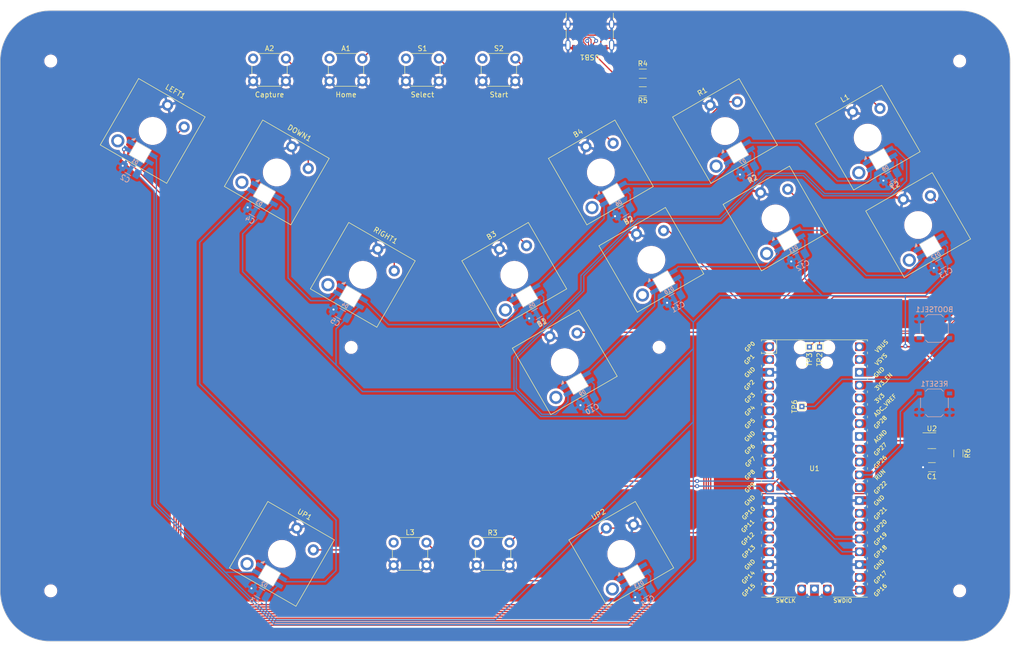
<source format=kicad_pcb>
(kicad_pcb (version 20221018) (generator pcbnew)
  (layers (0 "F.Cu" signal) (31 "B.Cu" signal) (34 "B.Paste" user) (35 "F.Paste" user) (36 "B.SilkS" user "B.Silkscreen") (37 "F.SilkS" user "F.Silkscreen") (38 "B.Mask" user) (39 "F.Mask" user) (44 "Edge.Cuts" user))
  (net 0 "")
  (net 1 "Net-(U1-GPIO2)")
  (net 6 "Net-(U1-RUN)")
  (net 14 "Net-(BOOTSEL1-Pad2)")
  (net 19 "Net-(U1-GPIO20)")
  (net 20 "Net-(U1-GPIO21)")
  (net 21 "GND")
  (net 22 "Net-(U1-GPIO6)")
  (net 23 "Net-(U1-GPIO7)")
  (net 24 "Net-(U1-GPIO10)")
  (net 25 "Net-(U1-GPIO11)")
  (net 26 "Net-(U1-GPIO3)")
  (net 27 "Net-(U1-GPIO13)")
  (net 28 "Net-(U1-GPIO9)")
  (net 29 "Net-(U1-GPIO18)")
  (net 30 "Net-(U1-GPIO4)")
  (net 31 "Net-(U1-GPIO12)")
  (net 32 "Net-(U1-GPIO8)")
  (net 33 "Net-(U1-GPIO19)")
  (net 34 "Net-(U1-GPIO5)")
  (net 35 "Net-(U1-GPIO16)")
  (net 36 "Net-(U1-GPIO17)")
  (net 37 "Net-(D10-DIN)")
  (net 38 "Net-(D10-DOUT)")
  (net 39 "5V")
  (net 40 "Net-(USB1-CC1)")
  (net 41 "/Pi D-")
  (net 42 "/Pi D+")
  (net 45 "Net-(USB1-CC2)")
  (net 46 "Net-(D1-DOUT)")
  (net 47 "Net-(D2-DOUT)")
  (net 48 "Net-(D3-DOUT)")
  (net 49 "Net-(D4-DOUT)")
  (net 50 "Net-(D5-DOUT)")
  (net 51 "Net-(D6-DOUT)")
  (net 52 "Net-(D7-DOUT)")
  (net 53 "Net-(D8-DOUT)")
  (net 54 "Net-(D11-DOUT)")
  (net 55 "RGBDATA")
  (net 57 "3.3V")
  (net 58 "RGBDATA_5V")
  (net 60 "Net-(U2-Y)")
  (footprint "ManaBoard:SW_Kailh_Choc_V2" (layer "F.Cu") (at 167.548094 102.696153 30)
    (fp_text reference "B1")
    (fp_text value "SW_Push")
  )
  (footprint "ManaBoard:MountingHole_2.1mm" (layer "F.Cu") (at 186.229639 99.721323)
    (fp_text reference "REF**" hide)
    (fp_text value "MountingHole_2.1mm")
  )
  (footprint "ManaBoard:MountingHole_2.1mm" (layer "F.Cu") (at 65.75 43)
    (fp_text reference "REF**" hide)
    (fp_text value "MountingHole_2.1mm")
  )
  (footprint "Capacitor_SMD:C_1206_3216Metric_Pad1.33x1.80mm_HandSolder" (layer "F.Cu") (at 240.25 123.5 180)
    (fp_text reference "C1")
    (fp_text value "100nF")
  )
  (footprint "ManaBoard:SW_Kailh_Choc_V2" (layer "F.Cu") (at 157.548095 85.375646 30)
    (fp_text reference "B3")
    (fp_text value "SW_Push")
  )
  (footprint "Resistor_SMD:R_1206_3216Metric_Pad1.30x1.75mm_HandSolder" (layer "F.Cu") (at 183 45.5 180)
    (fp_text reference "R4")
    (fp_text value "5.1k")
  )
  (footprint "TestPoint:TestPoint_THTPad_1.0x1.0mm_Drill0.5mm" (layer "F.Cu") (at 214.5 111.47 90)
    (fp_text reference "TP6")
    (fp_text value "TestPoint")
  )
  (footprint "Button_Switch_THT:SW_PUSH_6mm_H4.3mm" (layer "F.Cu") (at 136.11 42.5)
    (fp_text reference "S1")
    (fp_text value "SW_Push")
  )
  (footprint "Resistor_SMD:R_1206_3216Metric_Pad1.30x1.75mm_HandSolder" (layer "F.Cu") (at 245.5 120.75 -90)
    (fp_text reference "R6")
    (fp_text value "10k")
  )
  (footprint "Button_Switch_THT:SW_PUSH_6mm_H4.3mm" (layer "F.Cu") (at 151.25 42.5)
    (fp_text reference "S2")
    (fp_text value "SW_Push")
  )
  (footprint "ManaBoard:SW_Kailh_Choc_V2" (layer "F.Cu") (at 174.698729 65.081416 30)
    (fp_text reference "B4")
    (fp_text value "SW_Push")
  )
  (footprint "MCU_RaspberryPi_and_Boards:RPi_Pico_SMD_TH" (layer "F.Cu") (at 217 123.75)
    (fp_text reference "U1")
    (fp_text value "Pico")
  )
  (footprint "ManaBoard:SW_Kailh_Choc_V2" (layer "F.Cu") (at 237.535 75.5 30)
    (fp_text reference "L2")
    (fp_text value "SW_Push")
  )
  (footprint "ManaBoard:MountingHole_2.1mm" (layer "F.Cu") (at 245.75 43)
    (fp_text reference "REF**" hide)
    (fp_text value "MountingHole_2.1mm")
  )
  (footprint "ManaBoard:MountingHole_2.1mm" (layer "F.Cu") (at 125.25 99.75)
    (fp_text reference "REF**" hide)
    (fp_text value "MountingHole_2.1mm")
  )
  (footprint "ManaBoard:SW_Kailh_Choc_V2" (layer "F.Cu") (at 209.285 74.194597 30)
    (fp_text reference "R2")
    (fp_text value "SW_Push")
  )
  (footprint "ManaBoard:SW_Kailh_Choc_V2" (layer "F.Cu") (at 178.736095 140.676646 30)
    (fp_text reference "UP2")
    (fp_text value "SW_Push")
  )
  (footprint "Resistor_SMD:R_1206_3216Metric_Pad1.30x1.75mm_HandSolder" (layer "F.Cu") (at 183 49 180)
    (fp_text reference "R5")
    (fp_text value "5.1k")
  )
  (footprint "ManaBoard:MountingHole_2.1mm" (layer "F.Cu") (at 245.75 148)
    (fp_text reference "REF**" hide)
    (fp_text value "MountingHole_2.1mm")
  )
  (footprint "ManaBoard:SW_Kailh_Choc_V2" (layer "F.Cu") (at 85.933674 56.850931 -30)
    (fp_text reference "LEFT1")
    (fp_text value "SW_Push")
  )
  (footprint "Button_Switch_THT:SW_PUSH_6mm_H4.3mm" (layer "F.Cu") (at 120.97 42.5)
    (fp_text reference "A1")
    (fp_text value "SW_Push")
  )
  (footprint "ManaBoard:SW_Kailh_Choc_V2" (layer "F.Cu") (at 199.285 56.87409 30)
    (fp_text reference "R1")
    (fp_text value "SW_Push")
  )
  (footprint "Connector_USB:USB_C_Receptacle_GCT_USB4105-xx-A_16P_TopMnt_Horizontal" (layer "F.Cu") (at 172.5 36.75 180)
    (fp_text reference "USB1")
    (fp_text value "USB_C_Receptacle_USB2.0")
  )
  (footprint "ManaBoard:SW_Kailh_Choc_V2" (layer "F.Cu") (at 111.527177 140.676646 -30)
    (fp_text reference "UP1")
    (fp_text value "SW_Push")
  )
  (footprint "Button_Switch_THT:SW_PUSH_6mm_H4.3mm" (layer "F.Cu") (at 153.354703 140.69221)
    (fp_text reference "R3")
    (fp_text value "SW_Push")
  )
  (footprint "Button_Switch_THT:SW_PUSH_6mm_H4.3mm" (layer "F.Cu") (at 136.908567 140.69221)
    (fp_text reference "L3")
    (fp_text value "SW_Push")
  )
  (footprint "Button_Switch_THT:SW_PUSH_6mm_H4.3mm" (layer "F.Cu") (at 105.83 42.5)
    (fp_text reference "A2")
    (fp_text value "SW_Push")
  )
  (footprint "ManaBoard:SW_Kailh_Choc_V2" (layer "F.Cu") (at 127.548095 85.375646 -30)
    (fp_text reference "RIGHT1")
    (fp_text value "SW_Push")
  )
  (footprint "TestPoint:TestPoint_THTPad_1.0x1.0mm_Drill0.5mm" (layer "F.Cu") (at 216 99.669999 -90)
    (fp_text reference "TP3")
    (fp_text value "PI DP")
  )
  (footprint "Package_TO_SOT_SMD:SOT-23-5" (layer "F.Cu") (at 240.25 118.25)
    (fp_text reference "U2")
    (fp_text value "74AHCT1G125")
  )
  (footprint "ManaBoard:SW_Kailh_Choc_V2" (layer "F.Cu") (at 184.698729 82.401924 30)
    (fp_text reference "B2")
    (fp_text value "SW_Push")
  )
  (footprint "TestPoint:TestPoint_THTPad_1.0x1.0mm_Drill0.5mm" (layer "F.Cu") (at 218.000001 99.669998 -90)
    (fp_text reference "TP2")
    (fp_text value "PI DM")
  )
  (footprint "ManaBoard:MountingHole_2.1mm" (layer "F.Cu") (at 65.75 148)
    (fp_text reference "REF**" hide)
    (fp_text value "MountingHole_2.1mm")
  )
  (footprint "ManaBoard:SW_Kailh_Choc_V2" (layer "F.Cu") (at 110.514223 65.075468 -30)
    (fp_text reference "DOWN1")
    (fp_text value "SW_Push")
  )
  (footprint "ManaBoard:SW_Kailh_Choc_V2" (layer "F.Cu") (at 227.535 58.179493 30)
    (fp_text reference "L1")
    (fp_text value "SW_Push")
  )
  (footprint "ManaBoard:SK6812-MINI-E" (layer "B.Cu") (at 181.201095 144.946151 -150)
    (fp_text reference "D13")
    (fp_text value "SK6812MINI-E" hide)
    (fp_line (start -1.7 -1.5) (end -1.7 1.5) (stroke (width 0.12)) (layer "Edge.Cuts"))
    (fp_line (start -1.7 1.5) (end 1.7 1.5) (stroke (width 0.12)) (layer "Edge.Cuts"))
    (fp_line (start 1.7 -1.5) (end -1.7 -1.5) (stroke (width 0.12)) (layer "Edge.Cuts"))
    (fp_line (start 1.7 1.5) (end 1.7 -1.5) (stroke (width 0.12)) (layer "Edge.Cuts"))
  )
  (footprint "ManaBoard:SK6812-MINI-E" (layer "B.Cu") (at 201.75 61.143594 -150)
    (fp_text reference "D7")
    (fp_text value "SK6812MINI" hide)
    (fp_line (start -1.7 -1.5) (end -1.7 1.5) (stroke (width 0.12)) (layer "Edge.Cuts"))
    (fp_line (start -1.7 1.5) (end 1.7 1.5) (stroke (width 0.12)) (layer "Edge.Cuts"))
    (fp_line (start 1.7 -1.5) (end -1.7 -1.5) (stroke (width 0.12)) (layer "Edge.Cuts"))
    (fp_line (start 1.7 1.5) (end 1.7 -1.5) (stroke (width 0.12)) (layer "Edge.Cuts"))
  )
  (footprint "Capacitor_SMD:C_1206_3216Metric_Pad1.33x1.80mm_HandSolder" (layer "B.Cu") (at 106.049224 72.809075 150)
    (fp_text reference "C4")
    (fp_text value "100nF")
  )
  (footprint "ManaBoard:SK6812-MINI-E" (layer "B.Cu") (at 160.013094 89.64515 -150)
    (fp_text reference "D5")
    (fp_text value "SK6812MINI" hide)
    (fp_line (start -1.7 -1.5) (end -1.7 1.5) (stroke (width 0.12)) (layer "Edge.Cuts"))
    (fp_line (start -1.7 1.5) (end 1.7 1.5) (stroke (width 0.12)) (layer "Edge.Cuts"))
    (fp_line (start 1.7 -1.5) (end -1.7 -1.5) (stroke (width 0.12)) (layer "Edge.Cuts"))
    (fp_line (start 1.7 1.5) (end 1.7 -1.5) (stroke (width 0.12)) (layer "Edge.Cuts"))
  )
  (footprint "Capacitor_SMD:C_1206_3216Metric_Pad1.33x1.80mm_HandSolder" (layer "B.Cu") (at 162.013094 93.109252 -150)
    (fp_text reference "C6")
    (fp_text value "100nF")
  )
  (footprint "Capacitor_SMD:C_1206_3216Metric_Pad1.33x1.80mm_HandSolder" (layer "B.Cu") (at 242 83.233608 -150)
    (fp_text reference "C13")
    (fp_text value "100nF")
  )
  (footprint "Capacitor_SMD:C_1206_3216Metric_Pad1.33x1.80mm_HandSolder" (layer "B.Cu") (at 183.201095 148.410253 -150)
    (fp_text reference "C14")
    (fp_text value "100nF")
  )
  (footprint "ManaBoard:SK6812-MINI-E" (layer "B.Cu") (at 187.163729 86.671429 -150)
    (fp_text reference "D10")
    (fp_text value "SK6812MINI" hide)
    (fp_line (start -1.7 -1.5) (end -1.7 1.5) (stroke (width 0.12)) (layer "Edge.Cuts"))
    (fp_line (start -1.7 1.5) (end 1.7 1.5) (stroke (width 0.12)) (layer "Edge.Cuts"))
    (fp_line (start 1.7 -1.5) (end -1.7 -1.5) (stroke (width 0.12)) (layer "Edge.Cuts"))
    (fp_line (start 1.7 1.5) (end 1.7 -1.5) (stroke (width 0.12)) (layer "Edge.Cuts"))
  )
  (footprint "Capacitor_SMD:C_1206_3216Metric_Pad1.33x1.80mm_HandSolder" (layer "B.Cu") (at 172.013094 110.42976 -150)
    (fp_text reference "C10")
    (fp_text value "100nF")
  )
  (footprint "ManaBoard:SK6812-MINI-E" (layer "B.Cu") (at 170.013094 106.965658 -150)
    (fp_text reference "D9")
    (fp_text value "SK6812MINI" hide)
    (fp_line (start -1.7 -1.5) (end -1.7 1.5) (stroke (width 0.12)) (layer "Edge.Cuts"))
    (fp_line (start -1.7 1.5) (end 1.7 1.5) (stroke (width 0.12)) (layer "Edge.Cuts"))
    (fp_line (start 1.7 -1.5) (end -1.7 -1.5) (stroke (width 0.12)) (layer "Edge.Cuts"))
    (fp_line (start 1.7 1.5) (end 1.7 -1.5) (stroke (width 0.12)) (layer "Edge.Cuts"))
  )
  (footprint "Capacitor_SMD:C_1206_3216Metric_Pad1.33x1.80mm_HandSolder" (layer "B.Cu") (at 179.163729 72.815022 -150)
    (fp_text reference "C7")
    (fp_text value "100nF")
  )
  (footprint "ManaBoard:SK6812-MINI-E" (layer "B.Cu") (at 230.000001 62.448998 -150)
    (fp_text reference "D8")
    (fp_text value "SK6812MINI" hide)
    (fp_line (start -1.7 -1.5) (end -1.7 1.5) (stroke (width 0.12)) (layer "Edge.Cuts"))
    (fp_line (start -1.7 1.5) (end 1.7 1.5) (stroke (width 0.12)) (layer "Edge.Cuts"))
    (fp_line (start 1.7 -1.5) (end -1.7 -1.5) (stroke (width 0.12)) (layer "Edge.Cuts"))
    (fp_line (start 1.7 1.5) (end 1.7 -1.5) (stroke (width 0.12)) (layer "Edge.Cuts"))
  )
  (footprint "ManaBoard:SK6812-MINI-E" (layer "B.Cu") (at 177.163729 69.35092 -150)
    (fp_text reference "D6")
    (fp_text value "SK6812MINI" hide)
    (fp_line (start -1.7 -1.5) (end -1.7 1.5) (stroke (width 0.12)) (layer "Edge.Cuts"))
    (fp_line (start -1.7 1.5) (end 1.7 1.5) (stroke (width 0.12)) (layer "Edge.Cuts"))
    (fp_line (start 1.7 -1.5) (end -1.7 -1.5) (stroke (width 0.12)) (layer "Edge.Cuts"))
    (fp_line (start 1.7 1.5) (end 1.7 -1.5) (stroke (width 0.12)) (layer "Edge.Cuts"))
  )
  (footprint "Button_Switch_SMD:SW_Push_1P1T_XKB_TS-1187A" (layer "B.Cu") (at 240.75 96 180)
    (fp_text reference "BOOTSEL1")
    (fp_text value "SW_Push")
  )
  (footprint "Capacitor_SMD:C_1206_3216Metric_Pad1.33x1.80mm_HandSolder" (layer "B.Cu") (at 189.163729 90.135531 -150)
    (fp_text reference "C11")
    (fp_text value "100nF")
  )
  (footprint "ManaBoard:SK6812-MINI-E" (layer "B.Cu") (at 211.75 78.464102 -150)
    (fp_text reference "D11")
    (fp_text value "SK6812MINI" hide)
    (fp_line (start -1.7 -1.5) (end -1.7 1.5) (stroke (width 0.12)) (layer "Edge.Cuts"))
    (fp_line (start -1.7 1.5) (end 1.7 1.5) (stroke (width 0.12)) (layer "Edge.Cuts"))
    (fp_line (start 1.7 -1.5) (end -1.7 -1.5) (stroke (width 0.12)) (layer "Edge.Cuts"))
    (fp_line (start 1.7 1.5) (end 1.7 -1.5) (stroke (width 0.12)) (layer "Edge.Cuts"))
  )
  (footprint "ManaBoard:SK6812-MINI-E" (layer "B.Cu") (at 125.083095 89.645151 150)
    (fp_text reference "D4")
    (fp_text value "SK6812MINI" hide)
    (fp_line (start -1.7 -1.5) (end -1.7 1.5) (stroke (width 0.12)) (layer "Edge.Cuts"))
    (fp_line (start -1.7 1.5) (end 1.7 1.5) (stroke (width 0.12)) (layer "Edge.Cuts"))
    (fp_line (start 1.7 -1.5) (end -1.7 -1.5) (stroke (width 0.12)) (layer "Edge.Cuts"))
    (fp_line (start 1.7 1.5) (end 1.7 -1.5) (stroke (width 0.12)) (layer "Edge.Cuts"))
  )
  (footprint "Capacitor_SMD:C_1206_3216Metric_Pad1.33x1.80mm_HandSolder" (layer "B.Cu") (at 203.75 64.607696 -150)
    (fp_text reference "C8")
    (fp_text value "100nF")
  )
  (footprint "Capacitor_SMD:C_1206_3216Metric_Pad1.33x1.80mm_HandSolder" (layer "B.Cu") (at 232.000001 65.9131 -150)
    (fp_text reference "C9")
    (fp_text value "100nF")
  )
  (footprint "Capacitor_SMD:C_1206_3216Metric_Pad1.33x1.80mm_HandSolder" (layer "B.Cu") (at 123.083095 93.109253 150)
    (fp_text reference "C5")
    (fp_text value "100nF")
  )
  (footprint "ManaBoard:SK6812-MINI-E" (layer "B.Cu") (at 240 79.769506 -150)
    (fp_text reference "D12")
    (fp_text value "SK6812MINI" hide)
    (fp_line (start -1.7 -1.5) (end -1.7 1.5) (stroke (width 0.12)) (layer "Edge.Cuts"))
    (fp_line (start -1.7 1.5) (end 1.7 1.5) (stroke (width 0.12)) (layer "Edge.Cuts"))
    (fp_line (start 1.7 -1.5) (end -1.7 -1.5) (stroke (width 0.12)) (layer "Edge.Cuts"))
    (fp_line (start 1.7 1.5) (end 1.7 -1.5) (stroke (width 0.12)) (layer "Edge.Cuts"))
  )
  (footprint "Capacitor_SMD:C_1206_3216Metric_Pad1.33x1.80mm_HandSolder" (layer "B.Cu") (at 107.062177 148.410523 150)
    (fp_text reference "C3")
    (fp_text value "100nF")
  )
  (footprint "Capacitor_SMD:C_1206_3216Metric_Pad1.33x1.80mm_HandSolder" (layer "B.Cu") (at 213.75 81.928204 -150)
    (fp_text reference "C12")
    (fp_text value "100nF")
  )
  (footprint "ManaBoard:SK6812-MINI-E" (layer "B.Cu") (at 108.049224 69.344973 150)
    (fp_text reference "D3")
    (fp_text value "SK6812MINI" hide)
    (fp_line (start -1.7 -1.5) (end -1.7 1.5) (stroke (width 0.12)) (layer "Edge.Cuts"))
    (fp_line (start -1.7 1.5) (end 1.7 1.5) (stroke (width 0.12)) (layer "Edge.Cuts"))
    (fp_line (start 1.7 -1.5) (end -1.7 -1.5) (stroke (width 0.12)) (layer "Edge.Cuts"))
    (fp_line (start 1.7 1.5) (end 1.7 -1.5) (stroke (width 0.12)) (layer "Edge.Cuts"))
  )
  (footprint "Button_Switch_SMD:SW_Push_1P1T_XKB_TS-1187A" (layer "B.Cu") (at 240.75 110.75 180)
    (fp_text reference "RESET1")
    (fp_text value "SW_Push")
  )
  (footprint "ManaBoard:SK6812-MINI-E" (layer "B.Cu") (at 83.468675 61.120435 150)
    (fp_text reference "D1")
    (fp_text value "SK6812MINI-E" hide)
    (fp_line (start -1.7 -1.5) (end -1.7 1.5) (stroke (width 0.12)) (layer "Edge.Cuts"))
    (fp_line (start -1.7 1.5) (end 1.7 1.5) (stroke (width 0.12)) (layer "Edge.Cuts"))
    (fp_line (start 1.7 -1.5) (end -1.7 -1.5) (stroke (width 0.12)) (layer "Edge.Cuts"))
    (fp_line (start 1.7 1.5) (end 1.7 -1.5) (stroke (width 0.12)) (layer "Edge.Cuts"))
  )
  (footprint "Capacitor_SMD:C_1206_3216Metric_Pad1.33x1.80mm_HandSolder" (layer "B.Cu") (at 81.468675 64.584537 150)
    (fp_text reference "C2")
    (fp_text value "100nF")
  )
  (footprint "ManaBoard:SK6812-MINI-E" (layer "B.Cu") (at 109.062177 144.946421 150)
    (fp_text reference "D2")
    (fp_text value "SK6812MINI" hide)
    (fp_line (start -1.7 -1.5) (end -1.7 1.5) (stroke (width 0.12)) (layer "Edge.Cuts"))
    (fp_line (start -1.7 1.5) (end 1.7 1.5) (stroke (width 0.12)) (layer "Edge.Cuts"))
    (fp_line (start 1.7 -1.5) (end -1.7 -1.5) (stroke (width 0.12)) (layer "Edge.Cuts"))
    (fp_line (start 1.7 1.5) (end 1.7 -1.5) (stroke (width 0.12)) (layer "Edge.Cuts"))
  )
  (gr_line (start 255.75 148) (end 255.75 43) (stroke (width 0.1)) (layer "Edge.Cuts"))
  (gr_arc (start 55.75 43) (mid 58.678932 35.928932) (end 65.75 33) (stroke (width 0.1)) (layer "Edge.Cuts"))
  (gr_line (start 65.75 158) (end 245.75 158) (stroke (width 0.1)) (layer "Edge.Cuts"))
  (gr_line (start 55.75 43) (end 55.75 148) (stroke (width 0.1)) (layer "Edge.Cuts"))
  (gr_line (start 245.75 33) (end 65.75 33) (stroke (width 0.1)) (layer "Edge.Cuts"))
  (gr_arc (start 255.75 148) (mid 252.821068 155.071068) (end 245.75 158) (stroke (width 0.1)) (layer "Edge.Cuts"))
  (gr_arc (start 65.75 158) (mid 58.678932 155.071068) (end 55.75 148) (stroke (width 0.1)) (layer "Edge.Cuts"))
  (gr_arc (start 245.75 33) (mid 252.821068 35.928932) (end 255.75 43) (stroke (width 0.1)) (layer "Edge.Cuts"))
  (gr_text "Select" (at 139.36 50.25) (layer "F.SilkS") (effects (font (size 1 1)) (justify bottom)))
  (gr_text "Home" (at 122.061072 50.25) (layer "F.SilkS") (effects (font (size 1 1)) (justify left bottom)))
  (gr_text "Capture" (at 109.08 50.25) (layer "F.SilkS") (effects (font (size 1 1)) (justify bottom)))
  (gr_text "Start" (at 154.5 50.25) (layer "F.SilkS") (effects (font (size 1 1)) (justify bottom)))
  (segment (start 195.1 118.64) (end 206.5 107.24) (width 0.25) (layer "F.Cu") (net 1))
  (segment (start 195.1 133) (end 195.1 118.64) (width 0.25) (layer "F.Cu") (net 1))
  (segment (start 208.11 107.24) (end 206.5 107.24) (width 0.25) (layer "F.Cu") (net 1))
  (segment (start 180.25 136.5) (end 193.5 136.5) (width 0.25) (layer "F.Cu") (net 1))
  (segment (start 179.317096 135.567096) (end 180.25 136.5) (width 0.25) (layer "F.Cu") (net 1))
  (segment (start 131.478502 146) (end 125.364251 139.885749) (width 0.25) (layer "F.Cu") (net 1))
  (segment (start 175.786095 135.567096) (end 179.317096 135.567096) (width 0.25) (layer "F.Cu") (net 1))
  (segment (start 193.5 136.5) (end 195.1 134.9) (width 0.25) (layer "F.Cu") (net 1))
  (segment (start 165.353191 146) (end 161.5 146) (width 0.25) (layer "F.Cu") (net 1))
  (segment (start 175.786095 135.567096) (end 165.353191 146) (width 0.25) (layer "F.Cu") (net 1))
  (segment (start 161.5 146) (end 131.478502 146) (width 0.25) (layer "F.Cu") (net 1))
  (segment (start 125.364251 139.885749) (end 117.757304 139.885749) (width 0.25) (layer "F.Cu") (net 1))
  (segment (start 195.1 134.9) (end 195.1 133) (width 0.25) (layer "F.Cu") (net 1))
  (segment (start 234 112.5) (end 234 119.25) (width 0.25) (layer "B.Cu") (net 6))
  (segment (start 237.75 108.875) (end 237.625 108.875) (width 0.25) (layer "B.Cu") (net 6))
  (segment (start 234 119.25) (end 228.23 125.02) (width 0.25) (layer "B.Cu") (net 6))
  (segment (start 228.23 125.02) (end 225.89 125.02) (width 0.25) (layer "B.Cu") (net 6))
  (segment (start 237.625 108.875) (end 234 112.5) (width 0.25) (layer "B.Cu") (net 6))
  (segment (start 235.56 106.065) (end 243.75 97.875) (width 0.25) (layer "B.Cu") (net 14))
  (segment (start 214.5 111.47) (end 217.03 111.47) (width 0.25) (layer "B.Cu") (net 14))
  (segment (start 222.435 106.065) (end 235.56 106.065) (width 0.25) (layer "B.Cu") (net 14))
  (segment (start 217.03 111.47) (end 222.435 106.065) (width 0.25) (layer "B.Cu") (net 14))
  (segment (start 132.995 36.975) (end 127.47 42.5) (width 0.25) (layer "F.Cu") (net 19))
  (segment (start 225.89 135.18) (end 238.706396 135.18) (width 0.25) (layer "F.Cu") (net 19))
  (segment (start 176.929518 36.975) (end 132.995 36.975) (width 0.25) (layer "F.Cu") (net 19))
  (segment (start 252.65 42.627208) (end 247.622292 37.5995) (width 0.25) (layer "F.Cu") (net 19))
  (segment (start 238.706396 135.18) (end 252.65 121.236396) (width 0.25) (layer "F.Cu") (net 19))
  (segment (start 252.65 121.236396) (end 252.65 42.627208) (width 0.25) (layer "F.Cu") (net 19))
  (segment (start 177.554018 37.5995) (end 176.929518 36.975) (width 0.25) (layer "F.Cu") (net 19))
  (segment (start 247.622292 37.5995) (end 177.554018 37.5995) (width 0.25) (layer "F.Cu") (net 19))
  (segment (start 137.325 37.425) (end 131.5 43.25) (width 0.25) (layer "F.Cu") (net 20))
  (segment (start 240.61 132.64) (end 252.2 121.05) (width 0.25) (layer "F.Cu") (net 20))
  (segment (start 131.5 46.5) (end 128 50) (width 0.25) (layer "F.Cu") (net 20))
  (segment (start 128 50) (end 119.83 50) (width 0.25) (layer "F.Cu") (net 20))
  (segment (start 131.5 43.25) (end 131.5 46.5) (width 0.25) (layer "F.Cu") (net 20))
  (segment (start 247.435896 38.0495) (end 177.367622 38.0495) (width 0.25) (layer "F.Cu") (net 20))
  (segment (start 252.2 42.813604) (end 247.435896 38.0495) (width 0.25) (layer "F.Cu") (net 20))
  (segment (start 252.2 121.05) (end 252.2 42.813604) (width 0.25) (layer "F.Cu") (net 20))
  (segment (start 176.743122 37.425) (end 137.325 37.425) (width 0.25) (layer "F.Cu") (net 20))
  (segment (start 177.367622 38.0495) (end 176.743122 37.425) (width 0.25) (layer "F.Cu") (net 20))
  (segment (start 119.83 50) (end 112.33 42.5) (width 0.25) (layer "F.Cu") (net 20))
  (segment (start 225.89 132.64) (end 240.61 132.64) (width 0.25) (layer "F.Cu") (net 20))
  (segment (start 176.245 40.43) (end 176.82 39.855) (width 0.25) (layer "F.Cu") (net 21))
  (segment (start 168.755 40.43) (end 168.18 39.855) (width 0.25) (layer "F.Cu") (net 21))
  (segment (start 169.3 40.43) (end 168.755 40.43) (width 0.25) (layer "F.Cu") (net 21))
  (segment (start 175.7 40.43) (end 176.245 40.43) (width 0.25) (layer "F.Cu") (net 21))
  (via (at 238.5 123.5) (size 0.8) (drill 0.4) (layers "F.Cu" "B.Cu") (net 21))
  (via (at 202.25 65.5) (size 0.8) (drill 0.4) (layers "F.Cu" "B.Cu") (net 21))
  (via (at 170.659929 111.21101) (size 0.8) (drill 0.4) (layers "F.Cu" "B.Cu") (net 21))
  (via (at 177.5 73.75) (size 0.8) (drill 0.4) (layers "F.Cu" "B.Cu") (net 21))
  (via (at 240.646835 84.014858) (size 0.8) (drill 0.4) (layers "F.Cu" "B.Cu") (net 21))
  (via (at 230.646836 66.69435) (size 0.8) (drill 0.4) (layers "F.Cu" "B.Cu") (net 21))
  (via (at 80 63.75) (size 0.8) (drill 0.4) (layers "F.Cu" "B.Cu") (net 21))
  (via (at 212.396835 82.709454) (size 0.8) (drill 0.4) (layers "F.Cu" "B.Cu") (net 21))
  (via (at 121.75 92.25) (size 0.8) (drill 0.4) (layers "F.Cu" "B.Cu") (net 21))
  (via (at 187.810564 90.916781) (size 0.8) (drill 0.4) (layers "F.Cu" "B.Cu") (net 21))
  (via (at 181.5 149.25) (size 0.8) (drill 0.4) (layers "F.Cu" "B.Cu") (net 21))
  (via (at 105.5 147.5) (size 0.8) (drill 0.4) (layers "F.Cu" "B.Cu") (net 21))
  (via (at 104.75 72) (size 0.8) (drill 0.4) (layers "F.Cu" "B.Cu") (net 21))
  (via (at 160.5 94) (size 0.8) (drill 0.4) (layers "F.Cu" "B.Cu") (net 21))
  (segment (start 210 99.16) (end 207.59 96.75) (width 0.25) (layer "F.Cu") (net 22))
  (segment (start 207.59 96.75) (end 170.133477 96.75) (width 0.25) (layer "F.Cu") (net 22))
  (segment (start 170.133477 96.75) (end 169.978221 96.905256) (width 0.25) (layer "F.Cu") (net 22))
  (segment (start 210 118.05) (end 210 99.16) (width 0.25) (layer "F.Cu") (net 22))
  (segment (start 208.11 119.94) (end 210 118.05) (width 0.25) (layer "F.Cu") (net 22))
  (segment (start 188.087423 76.611027) (end 187.128856 76.611027) (width 0.25) (layer "F.Cu") (net 23))
  (segment (start 210.45 98.973604) (end 188.087423 76.611027) (width 0.25) (layer "F.Cu") (net 23))
  (segment (start 208.11 122.48) (end 210.45 120.14) (width 0.25) (layer "F.Cu") (net 23))
  (segment (start 210.45 120.14) (end 210.45 98.973604) (width 0.25) (layer "F.Cu") (net 23))
  (segment (start 208.11 132.64) (end 203.61 132.64) (width 0.25) (layer "F.Cu") (net 24))
  (segment (start 134.9 54.4) (end 159.978222 79.478222) (width 0.25) (layer "F.Cu") (net 24))
  (segment (start 94.254416 152.55) (end 73 131.295584) (width 0.25) (layer "F.Cu") (net 24))
  (segment (start 194.995584 152.55) (end 94.254416 152.55) (width 0.25) (layer "F.Cu") (net 24))
  (segment (start 100.990812 54.4) (end 134.9 54.4) (width 0.25) (layer "F.Cu") (net 24))
  (segment (start 197.35 138.9) (end 197.35 150.195584) (width 0.25) (layer "F.Cu") (net 24))
  (segment (start 203.61 132.64) (end 197.35 138.9) (width 0.25) (layer "F.Cu") (net 24))
  (segment (start 96.090812 49.5) (end 100.990812 54.4) (width 0.25) (layer "F.Cu") (net 24))
  (segment (start 73 52) (end 75.5 49.5) (width 0.25) (layer "F.Cu") (net 24))
  (segment (start 197.35 150.195584) (end 194.995584 152.55) (width 0.25) (layer "F.Cu") (net 24))
  (segment (start 73 131.295584) (end 73 52) (width 0.25) (layer "F.Cu") (net 24))
  (segment (start 159.978222 79.478222) (end 159.978222 79.584749) (width 0.25) (layer "F.Cu") (net 24))
  (segment (start 75.5 49.5) (end 96.090812 49.5) (width 0.25) (layer "F.Cu") (net 24))
  (segment (start 197.8 140.593198) (end 197.8 150.38198) (width 0.25) (layer "F.Cu") (net 25))
  (segment (start 195.18198 153) (end 94.06802 153) (width 0.25) (layer "F.Cu") (net 25))
  (segment (start 171.788337 53.95) (end 177.128856 59.290519) (width 0.25) (layer "F.Cu") (net 25))
  (segment (start 96.277208 49.05) (end 101.177208 53.95) (width 0.25) (layer "F.Cu") (net 25))
  (segment (start 72.55 51.813604) (end 75.313604 49.05) (width 0.25) (layer "F.Cu") (net 25))
  (segment (start 75.313604 49.05) (end 96.277208 49.05) (width 0.25) (layer "F.Cu") (net 25))
  (segment (start 94.06802 153) (end 72.55 131.48198) (width 0.25) (layer "F.Cu") (net 25))
  (segment (start 101.177208 53.95) (end 171.788337 53.95) (width 0.25) (layer "F.Cu") (net 25))
  (segment (start 208.11 135.18) (end 203.213198 135.18) (width 0.25) (layer "F.Cu") (net 25))
  (segment (start 197.8 150.38198) (end 195.18198 153) (width 0.25) (layer "F.Cu") (net 25))
  (segment (start 72.55 131.48198) (end 72.55 51.813604) (width 0.25) (layer "F.Cu") (net 25))
  (segment (start 203.213198 135.18) (end 197.8 140.593198) (width 0.25) (layer "F.Cu") (net 25))
  (segment (start 114.75 57) (end 115.5 57.75) (width 0.25) (layer "F.Cu") (net 26))
  (segment (start 195.55 149.45) (end 194.25 150.75) (width 0.25) (layer "F.Cu") (net 26))
  (segment (start 194.25 150.75) (end 95 150.75) (width 0.25) (layer "F.Cu") (net 26))
  (segment (start 208.11 109.78) (end 204.596396 109.78) (width 0.25) (layer "F.Cu") (net 26))
  (segment (start 204.596396 109.78) (end 195.55 118.826396) (width 0.25) (layer "F.Cu") (net 26))
  (segment (start 95 150.75) (end 91.5 147.25) (width 0.25) (layer "F.Cu") (net 26))
  (segment (start 115.5 57.75) (end 115.5 57.7613) (width 0.25) (layer "F.Cu") (net 26))
  (segment (start 91.5 147.25) (end 91.5 73.25) (width 0.25) (layer "F.Cu") (net 26))
  (segment (start 107.75 57) (end 114.75 57) (width 0.25) (layer "F.Cu") (net 26))
  (segment (start 115.5 57.7613) (end 116.74435 59.00565) (width 0.25) (layer "F.Cu") (net 26))
  (segment (start 195.55 118.826396) (end 195.55 149.45) (width 0.25) (layer "F.Cu") (net 26))
  (segment (start 116.74435 59.00565) (end 116.74435 64.284571) (width 0.25) (layer "F.Cu") (net 26))
  (segment (start 91.5 73.25) (end 107.75 57) (width 0.25) (layer "F.Cu") (net 26))
  (segment (start 96.65 48.15) (end 101.55 53.05) (width 0.25) (layer "F.Cu") (net 27))
  (segment (start 193.25 49.5) (end 227.076531 49.5) (width 0.25) (layer "F.Cu") (net 27))
  (segment (start 195.554772 153.9) (end 93.695228 153.9) (width 0.25) (layer "F.Cu") (net 27))
  (segment (start 198.7 150.754772) (end 195.554772 153.9) (width 0.25) (layer "F.Cu") (net 27))
  (segment (start 227.076531 49.5) (end 229.965127 52.388596) (width 0.25) (layer "F.Cu") (net 27))
  (segment (start 203.69 140.26) (end 198.7 145.25) (width 0.25) (layer "F.Cu") (net 27))
  (segment (start 71.65 131.854772) (end 71.65 51.440812) (width 0.25) (layer "F.Cu") (net 27))
  (segment (start 71.65 51.440812) (end 74.940812 48.15) (width 0.25) (layer "F.Cu") (net 27))
  (segment (start 198.7 145.25) (end 198.7 150.754772) (width 0.25) (layer "F.Cu") (net 27))
  (segment (start 93.695228 153.9) (end 71.65 131.854772) (width 0.25) (layer "F.Cu") (net 27))
  (segment (start 208.11 140.26) (end 203.69 140.26) (width 0.25) (layer "F.Cu") (net 27))
  (segment (start 101.55 53.05) (end 189.7 53.05) (width 0.25) (layer "F.Cu") (net 27))
  (segment (start 189.7 53.05) (end 193.25 49.5) (width 0.25) (layer "F.Cu") (net 27))
  (segment (start 74.940812 48.15) (end 96.65 48.15) (width 0.25) (layer "F.Cu") (net 27))
  (segment (start 220.75 89.75) (end 241 89.75) (width 0.25) (layer "F.Cu") (net 28))
  (segment (start 211.35 124.32) (end 211.35 99.15) (width 0.25) (layer "F.Cu") (net 28))
  (segment (start 245.5 75.243976) (end 239.965127 69.709103) (width 0.25) (layer "F.Cu") (net 28))
  (segment (start 245.5 85.25) (end 245.5 75.243976) (width 0.25) (layer "F.Cu") (net 28))
  (segment (start 211.35 99.15) (end 220.75 89.75) (width 0.25) (layer "F.Cu") (net 28))
  (segment (start 241 89.75) (end 245.5 85.25) (width 0.25) (layer "F.Cu") (net 28))
  (segment (start 208.11 127.56) (end 211.35 124.32) (width 0.25) (layer "F.Cu") (net 28))
  (segment (start 158.75 140.75) (end 142.481921 140.75) (width 0.25) (layer "F.Cu") (net 29))
  (segment (start 193.75 127.249503) (end 172.250497 127.249503) (width 0.25) (layer "F.Cu") (net 29))
  (segment (start 142.481921 140.75) (end 140.158567 138.426646) (width 0.25) (layer "F.Cu") (net 29))
  (segment (start 172.250497 127.249503) (end 158.75 140.75) (width 0.25) (layer "F.Cu") (net 29))
  (via (at 193.75 127.249503) (size 0.8) (drill 0.4) (layers "F.Cu" "B.Cu") (net 29))
  (segment (start 206.138299 127.25) (end 207.623299 128.735) (width 0.25) (layer "B.Cu") (net 29))
  (segment (start 193.75 127.249503) (end 193.750497 127.25) (width 0.25) (layer "B.Cu") (net 29))
  (segment (start 222.51 140.26) (end 225.89 140.26) (width 0.25) (layer "B.Cu") (net 29))
  (segment (start 207.623299 128.735) (end 210.985 128.735) (width 0.25) (layer "B.Cu") (net 29))
  (segment (start 210.985 128.735) (end 222.51 140.26) (width 0.25) (layer "B.Cu") (net 29))
  (segment (start 193.750497 127.25) (end 206.138299 127.25) (width 0.25) (layer "B.Cu") (net 29))
  (segment (start 91.05 73.063604) (end 107.563604 56.55) (width 0.25) (layer "F.Cu") (net 30))
  (segment (start 196 149.636396) (end 194.436396 151.2) (width 0.25) (layer "F.Cu") (net 30))
  (segment (start 196 119.012792) (end 196 149.636396) (width 0.25) (layer "F.Cu") (net 30))
  (segment (start 91.05 147.436396) (end 91.05 73.063604) (width 0.25) (layer "F.Cu") (net 30))
  (segment (start 107.563604 56.55) (end 118.686396 56.55) (width 0.25) (layer "F.Cu") (net 30))
  (segment (start 118.686396 56.55) (end 133.778222 71.641826) (width 0.25) (layer "F.Cu") (net 30))
  (segment (start 194.436396 151.2) (end 94.813604 151.2) (width 0.25) (layer "F.Cu") (net 30))
  (segment (start 202.692792 112.32) (end 196 119.012792) (width 0.25) (layer "F.Cu") (net 30))
  (segment (start 94.813604 151.2) (end 91.05 147.436396) (width 0.25) (layer "F.Cu") (net 30))
  (segment (start 208.11 112.32) (end 202.692792 112.32) (width 0.25) (layer "F.Cu") (net 30))
  (segment (start 133.778222 71.641826) (end 133.778222 84.584749) (width 0.25) (layer "F.Cu") (net 30))
  (segment (start 208.11 137.72) (end 203.53 137.72) (width 0.25) (layer "F.Cu") (net 31))
  (segment (start 101.363604 53.5) (end 196.614795 53.5) (width 0.25) (layer "F.Cu") (net 31))
  (segment (start 75.127208 48.6) (end 96.463604 48.6) (width 0.25) (layer "F.Cu") (net 31))
  (segment (start 72.1 51.627208) (end 75.127208 48.6) (width 0.25) (layer "F.Cu") (net 31))
  (segment (start 203.53 137.72) (end 198.25 143) (width 0.25) (layer "F.Cu") (net 31))
  (segment (start 196.614795 53.5) (end 199.031602 51.083193) (width 0.25) (layer "F.Cu") (net 31))
  (segment (start 198.25 150.568376) (end 195.368376 153.45) (width 0.25) (layer "F.Cu") (net 31))
  (segment (start 96.463604 48.6) (end 101.363604 53.5) (width 0.25) (layer "F.Cu") (net 31))
  (segment (start 72.1 131.668376) (end 72.1 51.627208) (width 0.25) (layer "F.Cu") (net 31))
  (segment (start 195.368376 153.45) (end 93.881624 153.45) (width 0.25) (layer "F.Cu") (net 31))
  (segment (start 93.881624 153.45) (end 72.1 131.668376) (width 0.25) (layer "F.Cu") (net 31))
  (segment (start 199.031602 51.083193) (end 201.715127 51.083193) (width 0.25) (layer "F.Cu") (net 31))
  (segment (start 198.25 143) (end 198.25 150.568376) (width 0.25) (layer "F.Cu") (net 31))
  (segment (start 217.5 83.5) (end 217.5 74.188573) (width 0.25) (layer "F.Cu") (net 32))
  (segment (start 208.11 125.02) (end 210.9 122.23) (width 0.25) (layer "F.Cu") (net 32))
  (segment (start 210.9 90.1) (end 217.5 83.5) (width 0.25) (layer "F.Cu") (net 32))
  (segment (start 210.9 122.23) (end 210.9 90.1) (width 0.25) (layer "F.Cu") (net 32))
  (segment (start 217.5 74.188573) (end 211.715127 68.4037) (width 0.25) (layer "F.Cu") (net 32))
  (segment (start 168.781349 126.25) (end 156.604703 138.426646) (width 0.25) (layer "F.Cu") (net 33))
  (segment (start 193.75 126.25) (end 168.781349 126.25) (width 0.25) (layer "F.Cu") (net 33))
  (via (at 193.75 126.25) (size 0.8) (drill 0.4) (layers "F.Cu" "B.Cu") (net 33))
  (segment (start 212.25 129) (end 209.5 126.25) (width 0.25) (layer "B.Cu") (net 33))
  (segment (start 220.97 137.72) (end 212.25 129) (width 0.25) (layer "B.Cu") (net 33))
  (segment (start 209.5 126.25) (end 193.75 126.25) (width 0.25) (layer "B.Cu") (net 33))
  (segment (start 225.89 137.72) (end 220.97 137.72) (width 0.25) (layer "B.Cu") (net 33))
  (segment (start 90.6 147.622792) (end 90.6 57.623835) (width 0.25) (layer "F.Cu") (net 34))
  (segment (start 208.11 114.86) (end 200.789188 114.86) (width 0.25) (layer "F.Cu") (net 34))
  (segment (start 196.45 149.822792) (end 194.622792 151.65) (width 0.25) (layer "F.Cu") (net 34))
  (segment (start 194.622792 151.65) (end 94.627208 151.65) (width 0.25) (layer "F.Cu") (net 34))
  (segment (start 196.45 119.199188) (end 196.45 149.822792) (width 0.25) (layer "F.Cu") (net 34))
  (segment (start 90.6 57.623835) (end 92.163801 56.060034) (width 0.25) (layer "F.Cu") (net 34))
  (segment (start 94.627208 151.65) (end 90.6 147.622792) (width 0.25) (layer "F.Cu") (net 34))
  (segment (start 200.789188 114.86) (end 196.45 119.199188) (width 0.25) (layer "F.Cu") (net 34))
  (segment (start 143.35 52.15) (end 146.25 49.25) (width 0.25) (layer "F.Cu") (net 35))
  (segment (start 97.022792 47.25) (end 101.922792 52.15) (width 0.25) (layer "F.Cu") (net 35))
  (segment (start 225.89 147.88) (end 223.986396 147.88) (width 0.25) (layer "F.Cu") (net 35))
  (segment (start 74.56802 47.25) (end 97.022792 47.25) (width 0.25) (layer "F.Cu") (net 35))
  (segment (start 93.322436 154.8) (end 70.75 132.227564) (width 0.25) (layer "F.Cu") (net 35))
  (segment (start 70.75 132.227564) (end 70.75 51.06802) (width 0.25) (layer "F.Cu") (net 35))
  (segment (start 146.25 46.14) (end 142.61 42.5) (width 0.25) (layer "F.Cu") (net 35))
  (segment (start 217.066396 154.8) (end 93.322436 154.8) (width 0.25) (layer "F.Cu") (net 35))
  (segment (start 223.986396 147.88) (end 217.066396 154.8) (width 0.25) (layer "F.Cu") (net 35))
  (segment (start 146.25 49.25) (end 146.25 46.14) (width 0.25) (layer "F.Cu") (net 35))
  (segment (start 70.75 51.06802) (end 74.56802 47.25) (width 0.25) (layer "F.Cu") (net 35))
  (segment (start 101.922792 52.15) (end 143.35 52.15) (width 0.25) (layer "F.Cu") (net 35))
  (segment (start 162.25 50) (end 162.25 47) (width 0.25) (layer "F.Cu") (net 36))
  (segment (start 71.2 132.041168) (end 71.2 51.254416) (width 0.25) (layer "F.Cu") (net 36))
  (segment (start 93.508832 154.35) (end 71.2 132.041168) (width 0.25) (layer "F.Cu") (net 36))
  (segment (start 216.88 154.35) (end 93.508832 154.35) (width 0.25) (layer "F.Cu") (net 36))
  (segment (start 159.65 52.6) (end 162.25 50) (width 0.25) (layer "F.Cu") (net 36))
  (segment (start 162.25 47) (end 157.75 42.5) (width 0.25) (layer "F.Cu") (net 36))
  (segment (start 74.754416 47.7) (end 96.836396 47.7) (width 0.25) (layer "F.Cu") (net 36))
  (segment (start 96.836396 47.7) (end 101.736396 52.6) (width 0.25) (layer "F.Cu") (net 36))
  (segment (start 71.2 51.254416) (end 74.754416 47.7) (width 0.25) (layer "F.Cu") (net 36))
  (segment (start 101.736396 52.6) (end 159.65 52.6) (width 0.25) (layer "F.Cu") (net 36))
  (segment (start 225.89 145.34) (end 216.88 154.35) (width 0.25) (layer "F.Cu") (net 36))
  (segment (start 171.846459 105.041139) (end 185.330364 91.557234) (width 0.25) (layer "B.Cu") (net 37))
  (segment (start 185.330364 91.557234) (end 185.330364 88.595948) (width 0.25) (layer "B.Cu") (net 37))
  (segment (start 207.232599 83.75) (end 209.916635 81.065964) (width 0.25) (layer "B.Cu") (net 38))
  (segment (start 188.997094 84.74691) (end 189.994004 83.75) (width 0.25) (layer "B.Cu") (net 38))
  (segment (start 209.916635 81.065964) (end 209.916635 80.388621) (width 0.25) (layer "B.Cu") (net 38))
  (segment (start 189.994004 83.75) (end 207.232599 83.75) (width 0.25) (layer "B.Cu") (net 38))
  (segment (start 240.13 99.62) (end 235.12 99.62) (width 0.25) (layer "F.Cu") (net 39))
  (segment (start 170.1 40.43) (end 170.1 39.854949) (width 0.25) (layer "F.Cu") (net 39))
  (segment (start 174.9 40.43) (end 174.9 39.854949) (width 0.25) (layer "F.Cu") (net 39))
  (segment (start 241.3875 103.3875) (end 241.3875 117.3) (width 0.25) (layer "F.Cu") (net 39))
  (segment (start 251.75 43.08076) (end 251.75 88) (width 0.25) (layer "F.Cu") (net 39))
  (segment (start 234.88 99.62) (end 225.89 99.62) (width 0.25) (layer "F.Cu") (net 39))
  (segment (start 174.625 37.875) (end 175.23 38.48) (width 0.25) (layer "F.Cu") (net 39))
  (segment (start 175.25 38.505051) (end 175.25 38.48) (width 0.25) (layer "F.Cu") (net 39))
  (segment (start 177.161726 38.48) (end 177.181226 38.4995) (width 0.25) (layer "F.Cu") (net 39))
  (segment (start 251.75 88) (end 240.13 99.62) (width 0.25) (layer "F.Cu") (net 39))
  (segment (start 237.62 99.62) (end 241.3875 103.3875) (width 0.25) (layer "F.Cu") (net 39))
  (segment (start 240.4 122.0875) (end 241.8125 123.5) (width 0.25) (layer "F.Cu") (net 39))
  (segment (start 235.12 99.62) (end 235 99.5) (width 0.25) (layer "F.Cu") (net 39))
  (segment (start 241.3875 117.3) (end 240.4 118.2875) (width 0.25) (layer "F.Cu") (net 39))
  (segment (start 240.4 118.2875) (end 240.4 122.0875) (width 0.25) (layer "F.Cu") (net 39))
  (segment (start 174.69 39.644949) (end 174.69 39.065051) (width 0.25) (layer "F.Cu") (net 39))
  (segment (start 170.31 38.69) (end 171.125 37.875) (width 0.25) (layer "F.Cu") (net 39))
  (segment (start 247.16874 38.4995) (end 251.75 43.08076) (width 0.25) (layer "F.Cu") (net 39))
  (segment (start 174.9 39.854949) (end 174.69 39.644949) (width 0.25) (layer "F.Cu") (net 39))
  (segment (start 225.89 99.62) (end 237.62 99.62) (width 0.25) (layer "F.Cu") (net 39))
  (segment (start 170.1 39.854949) (end 170.31 39.644949) (width 0.25) (layer "F.Cu") (net 39))
  (segment (start 174.69 39.065051) (end 175.25 38.505051) (width 0.25) (layer "F.Cu") (net 39))
  (segment (start 171.125 37.875) (end 174.625 37.875) (width 0.25) (layer "F.Cu") (net 39))
  (segment (start 235 99.5) (end 234.88 99.62) (width 0.25) (layer "F.Cu") (net 39))
  (segment (start 170.31 39.644949) (end 170.31 38.69) (width 0.25) (layer "F.Cu") (net 39))
  (segment (start 177.181226 38.4995) (end 247.16874 38.4995) (width 0.25) (layer "F.Cu") (net 39))
  (segment (start 175.23 38.48) (end 177.161726 38.48) (width 0.25) (layer "F.Cu") (net 39))
  (via (at 235 99.5) (size 0.8) (drill 0.4) (layers "F.Cu" "B.Cu") (net 39))
  (segment (start 193 141.75) (end 193 113.25) (width 0.25) (layer "B.Cu") (net 39))
  (segment (start 190.516894 86.815748) (end 190.516894 89.354281) (width 0.25) (layer "B.Cu") (net 39))
  (segment (start 184.125 150.625) (end 193 141.75) (width 0.25) (layer "B.Cu") (net 39))
  (segment (start 122.25 103.25) (end 103.75 84.75) (width 0.25) (layer "B.Cu") (net 39))
  (segment (start 157.863604 108.5) (end 127.5 108.5) (width 0.25) (layer "B.Cu") (net 39))
  (segment (start 179.5 76.75) (end 170.75 85.5) (width 0.25) (layer "B.Cu") (net 39))
  (segment (start 86.224283 130.860679) (end 86.224283 68.76823) (width 0.25) (layer "B.Cu") (net 39))
  (segment (start 235 89.5) (end 235 99.5) (width 0.25) (layer "B.Cu") (net 39))
  (segment (start 182 74.25) (end 179.5 76.75) (width 0.25) (layer "B.Cu") (net 39))
  (segment (start 173.366259 109.64851) (end 173.366259 111.583741) (width 0.25) (layer "B.Cu") (net 39))
  (segment (start 108.415342 149.191773) (end 108.415342 151.778946) (width 0.25) (layer "B.Cu") (net 39))
  (segment (start 85.30204 63.044954) (end 82.981207 65.365787) (width 0.25) (layer "B.Cu") (net 39))
  (segment (start 215.103165 86.103165) (end 218.5 89.5) (width 0.25) (layer "B.Cu") (net 39))
  (segment (start 170.75 85.5) (end 170.75 88.5) (width 0.25) (layer "B.Cu") (net 39))
  (segment (start 170.75 88.5) (end 163.125 96.125) (width 0.25) (layer "B.Cu") (net 39))
  (segment (start 184.55426 147.629003) (end 184.55426 150) (width 0.25) (layer "B.Cu") (net 39))
  (segment (start 179.747094 68.725439) (end 180.516894 69.495239) (width 0.25) (layer "B.Cu") (net 39))
  (segment (start 108.415342 151.778946) (end 110.436396 153.8) (width 0.25) (layer "B.Cu") (net 39))
  (segment (start 161.556802 112.193198) (end 157.863604 108.5) (width 0.25) (layer "B.Cu") (net 39))
  (segment (start 184.55426 147.629003) (end 184.55426 145.09047) (width 0.25) (layer "B.Cu") (net 39))
  (segment (start 215.103165 85.75) (end 215.103165 85.896835) (width 0.25) (layer "B.Cu") (net 39))
  (segment (start 153.7 153.8) (end 193 114.5) (width 0.25) (layer "B.Cu") (net 39))
  (segment (start 173.366259 111.816259) (end 175 113.45) (width 0.25) (layer "B.Cu") (net 39))
  (segment (start 243.353165 82.452358) (end 243.353165 85.146835) (width 0.25) (layer "B.Cu") (net 39))
  (segment (start 163.366259 92.328002) (end 163.366259 95.883741) (width 0.25) (layer "B.Cu") (net 39))
  (segment (start 207.25 65.25) (end 203 69.5) (width 0.25) (layer "B.Cu") (net 39))
  (segment (start 173.366259 107.109977) (end 173.366259 109.64851) (width 0.25) (layer "B.Cu") (net 39))
  (segment (start 232.113604 69.25) (end 219 69.25) (width 0.25) (layer "B.Cu") (net 39))
  (segment (start 193 100) (end 179.55 113.45) (width 0.25) (layer "B.Cu") (net 39))
  (segment (start 193 113.25) (end 193 99.75) (width 0.25) (layer "B.Cu") (net 39))
  (segment (start 180.516894 72.033772) (end 180.516894 75.733106) (width 0.25) (layer "B.Cu") (net 39))
  (segment (start 171.5 113.45) (end 162.813604 113.45) (width 0.25) (layer "B.Cu") (net 39))
  (segment (start 103.75 84.75) (end 103.75 77.242714) (width 0.25) (layer "B.Cu") (net 39))
  (segment (start 157.493198 108.129594) (end 157.493198 105.75) (width 0.25) (layer "B.Cu") (net 39))
  (segment (start 110.436396 153.8) (end 153.7 153.8) (width 0.25) (layer "B.Cu") (net 39))
  (segment (start 233.353166 68.010438) (end 232.113604 69.25) (width 0.25) (layer "B.Cu") (net 39))
  (segment (start 184.55426 150.19574) (end 180.05 154.7) (width 0.25) (layer "B.Cu") (net 39))
  (segment (start 243.353165 85.146835) (end 239 89.5) (width 0.25) (layer "B.Cu") (net 39))
  (segment (start 205.103165 63.826446) (end 205.103165 67.396835) (width 0.25) (layer "B.Cu") (net 39))
  (segment (start 243.353165 79.913825) (end 243.353165 82.452358) (width 0.25) (layer "B.Cu") (net 39))
  (segment (start 162.813604 113.45) (end 161.556802 112.193198) (width 0.25) (layer "B.Cu") (net 39))
  (segment (start 233.353166 65.13185) (end 233.353166 68.010438) (width 0.25) (layer "B.Cu") (net 39))
  (segment (start 218.5 89.5) (end 211.5 89.5) (width 0.25) (layer "B.Cu") (net 39))
  (segment (start 163.125 96.125) (end 157.493198 101.756802) (width 0.25) (layer "B.Cu") (net 39))
  (segment (start 242.583365 79.144025) (end 243.353165 79.913825) (width 0.25) (layer "B.Cu") (net 39))
  (segment (start 193 99.75) (end 193 100) (width 0.25) (layer "B.Cu") (net 39))
  (segment (start 239 89.5) (end 235 89.5) (width 0.25) (layer "B.Cu") (net 39))
  (segment (start 163.366259 95.883741) (end 163.125 96.125) (width 0.25) (layer "B.Cu") (net 39))
  (segment (start 215.103165 78.608421) (end 215.103165 81.146954) (width 0.25) (layer "B.Cu") (net 39))
  (segment (start 108.574709 149.191773) (end 110.895542 146.87094) (width 0.25) (layer "B.Cu") (net 39))
  (segment (start 215 65.25) (end 207.25 65.25) (width 0.25) (layer "B.Cu") (net 39))
  (segment (start 110.063604 154.7) (end 86.224283 130.860679) (width 0.25) (layer "B.Cu") (net 39))
  (segment (start 198.25 74.25) (end 182 74.25) (width 0.25) (layer "B.Cu") (net 39))
  (segment (start 184.55426 150) (end 184.55426 150.19574) (width 0.25) (layer "B.Cu") (net 39))
  (segment (start 172.596459 106.340177) (end 173.366259 107.109977) (width 0.25) (layer "B.Cu") (net 39))
  (segment (start 189.747094 86.045948) (end 190.516894 86.815748) (width 0.25) (layer "B.Cu") (net 39))
  (segment (start 82.981207 65.365787) (end 82.82184 65.365787) (width 0.25) (layer "B.Cu") (net 39))
  (segment (start 122.25 96.076763) (end 122.25 103.25) (width 0.25) (layer "B.Cu") (net 39))
  (segment (start 162.596459 89.019669) (end 163.366259 89.789469) (width 0.25) (layer "B.Cu") (net 39))
  (segment (start 204.333365 60.518113) (end 205.103165 61.287913) (width 0.25) (layer "B.Cu") (net 39))
  (segment (start 157.493198 105.75) (end 157.493198 108.006802) (width 0.25) (layer "B.Cu") (net 39))
  (segment (start 211.5 89.5) (end 198.25 89.5) (width 0.25) (layer "B.Cu") (net 39))
  (segment (start 86.224283 68.76823) (end 82.82184 65.365787) (width 0.25) (layer "B.Cu") (net 39))
  (segment (start 203 69.5) (end 198.25 74.25) (width 0.25) (layer "B.Cu") (net 39))
  (segment (start 108.415342 149.191773) (end 108.574709 149.191773) (width 0.25) (layer "B.Cu") (net 39))
  (segment (start 107.402389 73.590325) (end 107.561756 73.590325) (width 0.25) (layer "B.Cu") (net 39))
  (segment (start 233.353166 62.593317) (end 233.353166 65.13185) (width 0.25) (layer "B.Cu") (net 39))
  (segment (start 219 69.25) (end 215 65.25) (width 0.25) (layer "B.Cu") (net 39))
  (segment (start 193 94.75) (end 193 99.75) (width 0.25) (layer "B.Cu") (net 39))
  (segment (start 232.583366 61.823517) (end 233.353166 62.593317) (width 0.25) (layer "B.Cu") (net 39))
  (segment (start 126.91646 91.56967) (end 124.595627 93.890503) (width 0.25) (layer "B.Cu") (net 39))
  (segment (start 157.493198 101.756802) (end 157.493198 105.75) (width 0.25) (layer "B.Cu") (net 39))
  (segment (start 127.5 108.5) (end 122.25 103.25) (width 0.25) (layer "B.Cu") (net 39))
  (segment (start 205.103165 67.396835) (end 203 69.5) (width 0.25) (layer "B.Cu") (net 39))
  (segment (start 179.55 113.45) (end 175 113.45) (width 0.25) (layer "B.Cu") (net 39))
  (segment (start 124.43626 93.890503) (end 122.25 96.076763) (width 0.25) (layer "B.Cu") (net 39))
  (segment (start 198.25 89.5) (end 193 94.75) (width 0.25) (layer "B.Cu") (net 39))
  (segment (start 190.516894 92.266894) (end 193 94.75) (width 0.25) (layer "B.Cu") (net 39))
  (segment (start 161.556802 112.193198) (end 157.493198 108.129594) (width 0.25) (layer "B.Cu") (net 39))
  (segment (start 190.516894 89.354281) (end 190.516894 92.266894) (width 0.25) (layer "B.Cu") (net 39))
  (segment (start 180.516894 69.495239) (end 180.516894 72.033772) (width 0.25) (layer "B.Cu") (net 39))
  (segment (start 180.05 154.7) (end 110.063604 154.7) (width 0.25) (layer "B.Cu") (net 39))
  (segment (start 215.103165 85.75) (end 215.103165 86.103165) (width 0.25) (layer "B.Cu") (net 39))
  (segment (start 175 113.45) (end 171.5 113.45) (width 0.25) (layer "B.Cu") (net 39))
  (segment (start 180.516894 75.733106) (end 179.5 76.75) (width 0.25) (layer "B.Cu") (net 39))
  (segment (start 173.366259 109.64851) (end 173.366259 111.816259) (width 0.25) (layer "B.Cu") (net 39))
  (segment (start 163.366259 89.789469) (end 163.366259 92.328002) (width 0.25) (layer "B.Cu") (net 39))
  (segment (start 103.75 77.242714) (end 107.402389 73.590325) (width 0.25) (layer "B.Cu") (net 39))
  (segment (start 184.55426 145.09047) (end 183.78446 144.32067) (width 0.25) (layer "B.Cu") (net 39))
  (segment (start 214.333365 77.838621) (end 215.103165 78.608421) (width 0.25) (layer "B.Cu") (net 39))
  (segment (start 215.103165 81.146954) (end 215.103165 85.75) (width 0.25) (layer "B.Cu") (net 39))
  (segment (start 235 89.5) (end 218.5 89.5) (width 0.25) (layer "B.Cu") (net 39))
  (segment (start 107.561756 73.590325) (end 109.882589 71.269492) (width 0.25) (layer "B.Cu") (net 39))
  (segment (start 124.595627 93.890503) (end 124.43626 93.890503) (width 0.25) (layer "B.Cu") (net 39))
  (segment (start 193 114.5) (end 193 113.25) (width 0.25) (layer "B.Cu") (net 39))
  (segment (start 205.103165 61.287913) (end 205.103165 63.826446) (width 0.25) (layer "B.Cu") (net 39))
  (segment (start 177.255191 45.5) (end 181.45 45.5) (width 0.25) (layer "F.Cu") (net 40))
  (segment (start 174.5 42.75) (end 176.276126 44.526126) (width 0.25) (layer "F.Cu") (net 40))
  (segment (start 173.75 42) (end 174.5 42.75) (width 0.25) (layer "F.Cu") (net 40))
  (segment (start 176.276126 44.526126) (end 176.281317 44.526126) (width 0.25) (layer "F.Cu") (net 40))
  (segment (start 173.75 40.43) (end 173.75 42) (width 0.25) (layer "F.Cu") (net 40))
  (segment (start 176.281317 44.526126) (end 177.255191 45.5) (width 0.25) (layer "F.Cu") (net 40))
  (segment (start 193.2573 38.9245) (end 246.9927 38.9245) (width 0.2) (layer "F.Cu") (net 41))
  (segment (start 219.331396 96.975) (end 218.000001 98.306395) (width 0.2) (layer "F.Cu") (net 41))
  (segment (start 218.000001 98.306395) (end 218.000001 99.669998) (width 0.2) (layer "F.Cu") (net 41))
  (segment (start 173.75 39) (end 173.25 39.5) (width 0.2) (layer "F.Cu") (net 41))
  (segment (start 172.25 39.25) (end 172.25 40.43) (width 0.2) (layer "F.Cu") (net 41))
  (segment (start 185.1818 47) (end 193.2573 38.9245) (width 0.2) (layer "F.Cu") (net 41))
  (segment (start 246.9927 38.9245) (end 251.3255 43.2573) (width 0.2) (layer "F.Cu") (net 41))
  (segment (start 172 39) (end 172.25 39.25) (width 0.2) (layer "F.Cu") (net 41))
  (segment (start 173.25 40.43) (end 173.25 41.292501) (width 0.2) (layer "F.Cu") (net 41))
  (segment (start 173.225 41.317501) (end 173.225 43.1568) (width 0.2) (layer "F.Cu") (net 41))
  (segment (start 173.25 41.292501) (end 173.225 41.317501) (width 0.2) (layer "F.Cu") (net 41))
  (segment (start 251.3255 87.82346) (end 242.17396 96.975) (width 0.2) (layer "F.Cu") (net 41))
  (segment (start 251.3255 43.2573) (end 251.3255 87.82346) (width 0.2) (layer "F.Cu") (net 41))
  (segment (start 177.0682 47) (end 185.1818 47) (width 0.2) (layer "F.Cu") (net 41))
  (segment (start 242.17396 96.975) (end 219.331396 96.975) (width 0.2) (layer "F.Cu") (net 41))
  (segment (start 173.25 39.5) (end 173.25 40.43) (width 0.2) (layer "F.Cu") (net 41))
  (segment (start 173.225 43.1568) (end 177.0682 47) (width 0.2) (layer "F.Cu") (net 41))
  (via (at 173.75 39) (size 0.8) (drill 0.4) (layers "F.Cu" "B.Cu") (net 41))
  (via (at 172 39) (size 0.8) (drill 0.4) (layers "F.Cu" "B.Cu") (net 41))
  (segment (start 173.75 38.75) (end 173.75 39) (width 0.2) (layer "B.Cu") (net 41))
  (segment (start 172 38.75) (end 172.5 38.25) (width 0.2) (layer "B.Cu") (net 41))
  (segment (start 172.5 38.25) (end 173.25 38.25) (width 0.2) (layer "B.Cu") (net 41))
  (segment (start 173.25 38.25) (end 173.75 38.75) (width 0.2) (layer "B.Cu") (net 41))
  (segment (start 172 39) (end 172 38.75) (width 0.2) (layer "B.Cu") (net 41))
  (segment (start 171.75 39.73995) (end 171.75 40.43) (width 0.2) (layer "F.Cu") (net 42))
  (segment (start 176.8318 47.4) (end 185.4182 47.4) (width 0.2) (layer "F.Cu") (net 42))
  (segment (start 171.3 39.28995) (end 171.75 39.73995) (width 0.2) (layer "F.Cu") (net 42))
  (segment (start 185.4182 47.4) (end 193.4937 39.3245) (width 0.2) (layer "F.Cu") (net 42))
  (segment (start 171.3 38.71005) (end 171.3 39.28995) (width 0.2) (layer "F.Cu") (net 42))
  (segment (start 246.7563 39.3245) (end 250.8755 43.4437) (width 0.2) (layer "F.Cu") (net 42))
  (segment (start 172.75 40.43) (end 172.75 38.76005) (width 0.2) (layer "F.Cu") (net 42))
  (segment (start 242.058274 96.525) (end 219.144999 96.525) (width 0.2) (layer "F.Cu") (net 42))
  (segment (start 250.8755 87.707774) (end 242.058274 96.525) (width 0.2) (layer "F.Cu") (net 42))
  (segment (start 193.4937 39.3245) (end 246.7563 39.3245) (width 0.2) (layer "F.Cu") (net 42))
  (segment (start 250.8755 43.4437) (end 250.8755 87.707774) (width 0.2) (layer "F.Cu") (net 42))
  (segment (start 172.28995 38.3) (end 171.71005 38.3) (width 0.2) (layer "F.Cu") (net 42))
  (segment (start 172.75 40.43) (end 172.75 41.292501) (width 0.2) (layer "F.Cu") (net 42))
  (segment (start 172.75 41.292501) (end 172.775 41.317501) (width 0.2) (layer "F.Cu") (net 42))
  (segment (start 172.75 38.76005) (end 172.28995 38.3) (width 0.2) (layer "F.Cu") (net 42))
  (segment (start 172.775 41.317501) (end 172.775 43.3432) (width 0.2) (layer "F.Cu") (net 42))
  (segment (start 171.71005 38.3) (end 171.3 38.71005) (width 0.2) (layer "F.Cu") (net 42))
  (segment (start 219.144999 96.525) (end 216 99.669999) (width 0.2) (layer "F.Cu") (net 42))
  (segment (start 172.775 43.3432) (end 176.8318 47.4) (width 0.2) (layer "F.Cu") (net 42))
  (segment (start 170.75 40.43) (end 170.75 46.25) (width 0.25) (layer "F.Cu") (net 45))
  (segment (start 173.5 49) (end 181.45 49) (width 0.25) (layer "F.Cu") (net 45))
  (segment (start 170.75 46.25) (end 173.5 49) (width 0.25) (layer "F.Cu") (net 45))
  (segment (start 100 144) (end 110.25 154.25) (width 0.25) (layer "B.Cu") (net 46))
  (segment (start 179.36773 147.548013) (end 179.36773 146.87067) (width 0.25) (layer "B.Cu") (net 46))
  (segment (start 86.05204 61.745916) (end 86.674283 62.368159) (width 0.25) (layer "B.Cu") (net 46))
  (segment (start 86.674283 130.674283) (end 100 144) (width 0.25) (layer "B.Cu") (net 46))
  (segment (start 86.674283 62.368159) (end 86.674283 130.674283) (width 0.25) (layer "B.Cu") (net 46))
  (segment (start 100.32094 144.32094) (end 106.478812 144.32094) (width 0.25) (layer "B.Cu") (net 46))
  (segment (start 172.665743 154.25) (end 179.36773 147.548013) (width 0.25) (layer "B.Cu") (net 46))
  (segment (start 100 144) (end 100.32094 144.32094) (width 0.25) (layer "B.Cu") (net 46))
  (segment (start 110.25 154.25) (end 172.665743 154.25) (width 0.25) (layer "B.Cu") (net 46))
  (segment (start 111.645542 145.571902) (end 112.267785 146.194145) (width 0.25) (layer "B.Cu") (net 47))
  (segment (start 95.25 107) (end 95.25 78.935351) (width 0.25) (layer "B.Cu") (net 47))
  (segment (start 120.055855 146.194145) (end 122.25 144) (width 0.25) (layer "B.Cu") (net 47))
  (segment (start 95.25 78.935351) (end 105.465859 68.719492) (width 0.25) (layer "B.Cu") (net 47))
  (segment (start 112.267785 146.194145) (end 120.055855 146.194145) (width 0.25) (layer "B.Cu") (net 47))
  (segment (start 122.25 134) (end 95.25 107) (width 0.25) (layer "B.Cu") (net 47))
  (segment (start 122.25 144) (end 122.25 134) (width 0.25) (layer "B.Cu") (net 47))
  (segment (start 117.25 90.5) (end 121.0194 90.5) (width 0.25) (layer "B.Cu") (net 48))
  (segment (start 121.0194 90.5) (end 122.49973 89.01967) (width 0.25) (layer "B.Cu") (net 48))
  (segment (start 112.75 72.087865) (end 112.75 86) (width 0.25) (layer "B.Cu") (net 48))
  (segment (start 112.75 86) (end 117.25 90.5) (width 0.25) (layer "B.Cu") (net 48))
  (segment (start 110.632589 69.970454) (end 112.75 72.087865) (width 0.25) (layer "B.Cu") (net 48))
  (segment (start 155.176743 95.25) (end 158.179729 92.247014) (width 0.25) (layer "B.Cu") (net 49))
  (segment (start 127.66646 90.270632) (end 132.645828 95.25) (width 0.25) (layer "B.Cu") (net 49))
  (segment (start 132.645828 95.25) (end 155.176743 95.25) (width 0.25) (layer "B.Cu") (net 49))
  (segment (start 158.179729 92.247014) (end 158.179729 91.569669) (width 0.25) (layer "B.Cu") (net 49))
  (segment (start 161.846459 87.720631) (end 175.330364 74.236726) (width 0.25) (layer "B.Cu") (net 50))
  (segment (start 175.330364 74.236726) (end 175.330364 71.275439) (width 0.25) (layer "B.Cu") (net 50))
  (segment (start 199.916635 63.745457) (end 199.916635 63.068113) (width 0.25) (layer "B.Cu") (net 51))
  (segment (start 178.997094 67.426401) (end 196.235691 67.426401) (width 0.25) (layer "B.Cu") (net 51))
  (segment (start 196.235691 67.426401) (end 199.916635 63.745457) (width 0.25) (layer "B.Cu") (net 51))
  (segment (start 213.969075 59.219075) (end 221.514524 66.764524) (width 0.25) (layer "B.Cu") (net 52))
  (segment (start 203.583365 59.219075) (end 213.969075 59.219075) (width 0.25) (layer "B.Cu") (net 52))
  (segment (start 227.485476 66.764524) (end 228.166636 66.083364) (width 0.25) (layer "B.Cu") (net 52))
  (segment (start 221.514524 66.764524) (end 227.485476 66.764524) (width 0.25) (layer "B.Cu") (net 52))
  (segment (start 228.166636 66.083364) (end 228.166636 64.373517) (width 0.25) (layer "B.Cu") (net 52))
  (segment (start 233.05514 60.524479) (end 235.25 62.719339) (width 0.25) (layer "B.Cu") (net 53))
  (segment (start 235.25 66.75) (end 232.3 69.7) (width 0.25) (layer "B.Cu") (net 53))
  (segment (start 163 113) (end 165.75 113) (width 0.25) (layer "B.Cu") (net 53))
  (segment (start 235.25 62.719339) (end 235.25 66.75) (width 0.25) (layer "B.Cu") (net 53))
  (segment (start 157.943198 107.943198) (end 163 113) (width 0.25) (layer "B.Cu") (net 53))
  (segment (start 214.813604 65.7) (end 207.436396 65.7) (width 0.25) (layer "B.Cu") (net 53))
  (segment (start 157.943198 101.943198) (end 157.943198 107.943198) (width 0.25) (layer "B.Cu") (net 53))
  (segment (start 231.833366 60.524479) (end 233.05514 60.524479) (width 0.25) (layer "B.Cu") (net 53))
  (segment (start 171.318198 85.568198) (end 171.318198 88.568198) (width 0.25) (layer "B.Cu") (net 53))
  (segment (start 165.75 113) (end 168.179729 110.570271) (width 0.25) (layer "B.Cu") (net 53))
  (segment (start 232.3 69.7) (end 218.813604 69.7) (width 0.25) (layer "B.Cu") (net 53))
  (segment (start 207.436396 65.7) (end 198.436396 74.7) (width 0.25) (layer "B.Cu") (net 53))
  (segment (start 218.813604 69.7) (end 214.813604 65.7) (width 0.25) (layer "B.Cu") (net 53))
  (segment (start 182.186396 74.7) (end 171.318198 85.568198) (width 0.25) (layer "B.Cu") (net 53))
  (segment (start 171.318198 88.568198) (end 157.943198 101.943198) (width 0.25) (layer "B.Cu") (net 53))
  (segment (start 198.436396 74.7) (end 182.186396 74.7) (width 0.25) (layer "B.Cu") (net 53))
  (segment (start 168.179729 110.570271) (end 168.179729 108.890177) (width 0.25) (layer "B.Cu") (net 53))
  (segment (start 238.166635 82.371367) (end 238.166635 81.694025) (width 0.25) (layer "B.Cu") (net 54))
  (segment (start 227.25 85.5) (end 235.038002 85.5) (width 0.25) (layer "B.Cu") (net 54))
  (segment (start 218.289583 76.539583) (end 227.25 85.5) (width 0.25) (layer "B.Cu") (net 54))
  (segment (start 235.038002 85.5) (end 238.166635 82.371367) (width 0.25) (layer "B.Cu") (net 54))
  (segment (start 213.583365 76.539583) (end 218.289583 76.539583) (width 0.25) (layer "B.Cu") (net 54))
  (segment (start 232.25 118.25) (end 239.1125 118.25) (width 0.25) (layer "F.Cu") (net 55))
  (segment (start 225.89 114.86) (end 228.86 114.86) (width 0.25) (layer "F.Cu") (net 55))
  (segment (start 228.86 114.86) (end 232.25 118.25) (width 0.25) (layer "F.Cu") (net 55))
  (segment (start 245.5 122.3) (end 239.065 128.735) (width 0.25) (layer "F.Cu") (net 58))
  (segment (start 80.25 62) (end 80.25 60.5) (width 0.25) (layer "F.Cu") (net 58))
  (segment (start 94.440812 152.1) (end 90.15 147.809188) (width 0.25) (layer "F.Cu") (net 58))
  (segment (start 90.15 71.9) (end 80.25 62) (width 0.25) (layer "F.Cu") (net 58))
  (segment (start 196.9 136.6) (end 196.9 150.009188) (width 0.25) (layer "F.Cu") (net 58))
  (segment (start 194.809188 152.1) (end 94.440812 152.1) (width 0.25) (layer "F.Cu") (net 58))
  (segment (start 196.9 150.009188) (end 194.809188 152.1) (width 0.25) (layer "F.Cu") (net 58))
  (segment (start 239.065 128.735) (end 204.765 128.735) (width 0.25) (layer "F.Cu") (net 58))
  (segment (start 204.765 128.735) (end 196.9 136.6) (width 0.25) (layer "F.Cu") (net 58))
  (segment (start 90.15 147.809188) (end 90.15 71.9) (width 0.25) (layer "F.Cu") (net 58))
  (via (at 80.25 60.5) (size 0.8) (drill 0.4) (layers "F.Cu" "B.Cu") (net 58))
  (segment (start 80.25 60.5) (end 80.880264 60.5) (width 0.25) (layer "B.Cu") (net 58))
  (segment (start 80.880264 60.5) (end 80.88531 60.494954) (width 0.25) (layer "B.Cu") (net 58))
  (segment (start 241.3875 119.2) (end 245.5 119.2) (width 0.25) (layer "F.Cu") (net 60))
  (zone (net 21) (net_name "GND") (layers "F&B.Cu") (connect_pads (clearance 0.5)) (min_thickness 0.25) (fill yes (thermal_gap 0.5) (thermal_bridge_width 0.5) (island_removal_mode 1) (island_area_min 10))
    (polygon (pts (xy 55.75 37.25) (xy 60 33) (xy 253.5 33) (xy 258.5 38) (xy 258.5 143) (xy 258.5 159.75) (xy 55.75 159.75) (xy 55.75 78)))
  )
)
</source>
